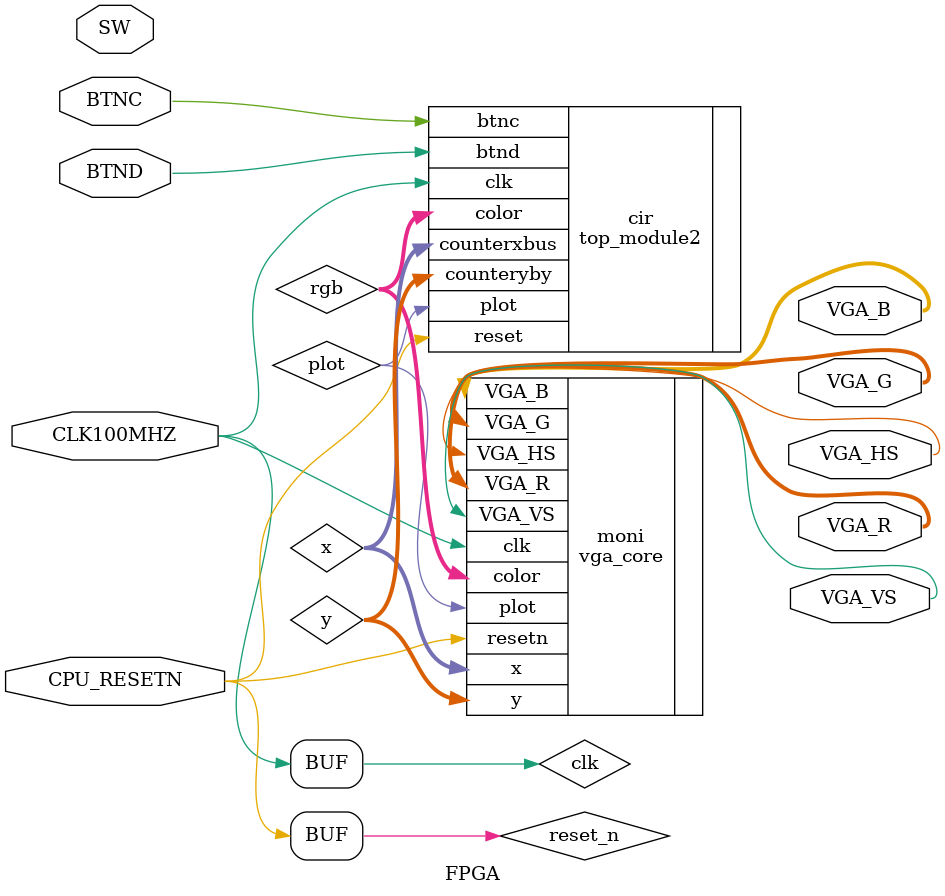
<source format=sv>
`timescale 1ns / 1ps

module FPGA(
    input wire CLK100MHZ,    // using the same name as pin names
    input wire CPU_RESETN,BTNC, BTND,   
//    output wire CA, CB, CC, CD, CE, CF, CG, DP,
    output logic VGA_VS,VGA_HS,
    output logic  [3:0] VGA_R,VGA_G, VGA_B,
//    output wire [7:0] AN,    
    input wire [15:0] SW     
);


logic reset_n;
logic clk;
logic plot;
//logic btnc, btnd;
logic [7:0]x;
logic [6:0]y;
//logic VGA_VS,VGA_HS;
//logic VGA_R,VGA_G, VGA_B;
logic [2:0] rgb;

assign reset_n = CPU_RESETN;
assign clk = CLK100MHZ;

(* dont_touch ="true" *)top_module2 cir (
     
     .clk(clk),
     .reset(reset_n),
     .btnc(BTNC),
     .btnd(BTND),
     .plot(plot),
     .counterxbus(x),
     .counteryby(y),
     .color(rgb)

);
    

(* dont_touch ="true" *) vga_core moni(.clk(clk), .resetn(reset_n), .x(x), .y(y), .plot(plot), .color(rgb),
.VGA_R(VGA_R), .VGA_G(VGA_G), .VGA_B(VGA_B), .VGA_VS(VGA_VS), .VGA_HS(VGA_HS));


//ila_0 your_instance_name (
//	.clk(clk), // input wire clk


//	.probe0(x), // input wire [7:0]  probe0  
//	.probe1(y) // input wire [6:0]  probe1
//);
//wire [6:0] Seg;
//wire [3:0] digits[0:7];
//wire [3:0] LED;
//wire serial_out;
//logic reset, se, serial_in;



//assign digits[0] = 
//assign digits[1] = 
//assign digits[2] = 
//assign digits[3] = 
//assign digits[4] = 
//assign digits[5] = 
//assign digits[6] = 4'b0000;
//assign digits[7] = ;



//sev_seg_controller ssc(
//    .clk(clk),
//    .resetn(reset_n),
//    .digits(digits),
//    .Seg(Seg),
//    .AN(AN)
//);


//assign CA = Seg[0];
//assign CB = Seg[1];
//assign CC = Seg[2];
//assign CD = Seg[3];
//assign CE = Seg[4];
//assign CF = Seg[5];
//assign CG = Seg[6];
//assign DP = 1'b1; // turn off the dot point on seven segs


endmodule :FPGA
</source>
